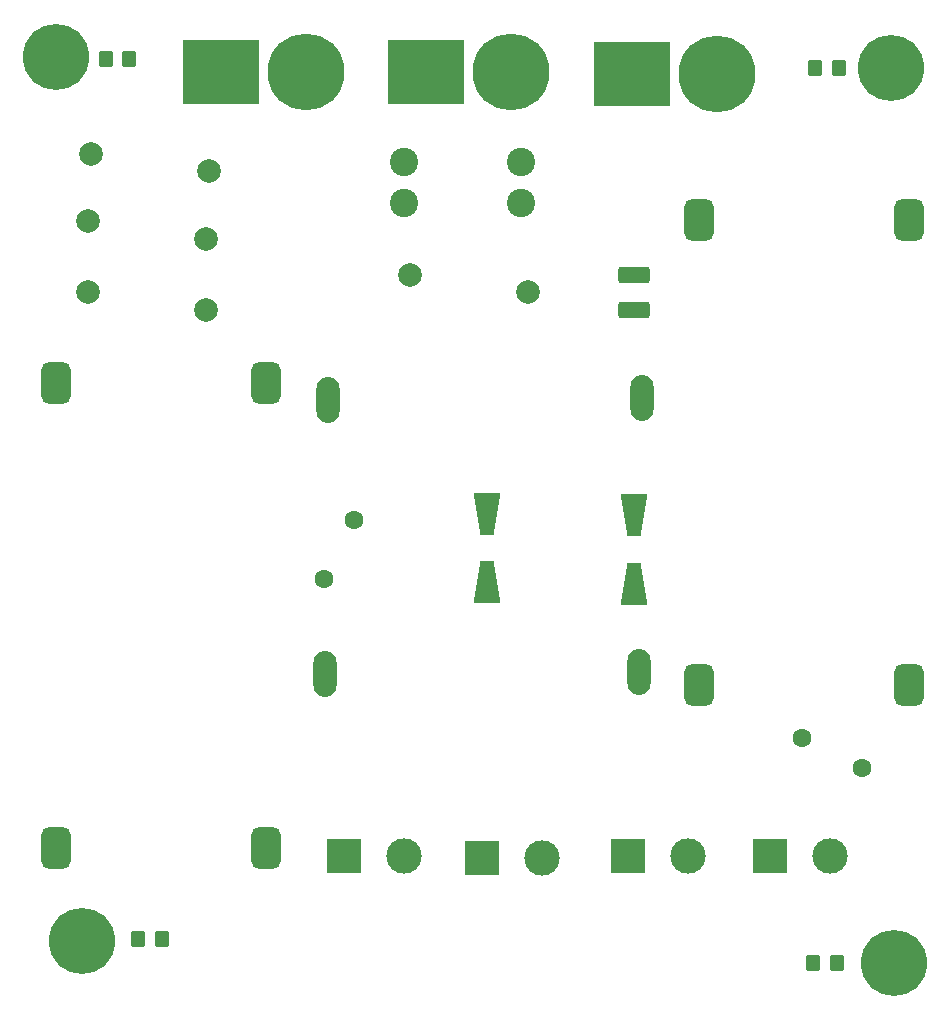
<source format=gbr>
%TF.GenerationSoftware,KiCad,Pcbnew,(6.0.7)*%
%TF.CreationDate,2022-08-25T16:15:28+03:00*%
%TF.ProjectId,guc_devresi_yetenek,6775635f-6465-4767-9265-73695f796574,rev?*%
%TF.SameCoordinates,Original*%
%TF.FileFunction,Soldermask,Top*%
%TF.FilePolarity,Negative*%
%FSLAX46Y46*%
G04 Gerber Fmt 4.6, Leading zero omitted, Abs format (unit mm)*
G04 Created by KiCad (PCBNEW (6.0.7)) date 2022-08-25 16:15:28*
%MOMM*%
%LPD*%
G01*
G04 APERTURE LIST*
G04 Aperture macros list*
%AMRoundRect*
0 Rectangle with rounded corners*
0 $1 Rounding radius*
0 $2 $3 $4 $5 $6 $7 $8 $9 X,Y pos of 4 corners*
0 Add a 4 corners polygon primitive as box body*
4,1,4,$2,$3,$4,$5,$6,$7,$8,$9,$2,$3,0*
0 Add four circle primitives for the rounded corners*
1,1,$1+$1,$2,$3*
1,1,$1+$1,$4,$5*
1,1,$1+$1,$6,$7*
1,1,$1+$1,$8,$9*
0 Add four rect primitives between the rounded corners*
20,1,$1+$1,$2,$3,$4,$5,0*
20,1,$1+$1,$4,$5,$6,$7,0*
20,1,$1+$1,$6,$7,$8,$9,0*
20,1,$1+$1,$8,$9,$2,$3,0*%
%AMOutline4P*
0 Free polygon, 4 corners , with rotation*
0 The origin of the aperture is its center*
0 number of corners: always 4*
0 $1 to $8 corner X, Y*
0 $9 Rotation angle, in degrees counterclockwise*
0 create outline with 4 corners*
4,1,4,$1,$2,$3,$4,$5,$6,$7,$8,$1,$2,$9*%
G04 Aperture macros list end*
%ADD10RoundRect,0.625000X-0.625000X1.125000X-0.625000X-1.125000X0.625000X-1.125000X0.625000X1.125000X0*%
%ADD11Outline4P,-1.800000X-1.150000X1.800000X-0.550000X1.800000X0.550000X-1.800000X1.150000X90.000000*%
%ADD12Outline4P,-1.800000X-1.150000X1.800000X-0.550000X1.800000X0.550000X-1.800000X1.150000X270.000000*%
%ADD13C,2.000000*%
%ADD14C,1.600000*%
%ADD15R,6.500000X5.516000*%
%ADD16C,6.500000*%
%ADD17O,1.950000X3.900000*%
%ADD18C,2.400000*%
%ADD19RoundRect,0.250001X-1.074999X0.462499X-1.074999X-0.462499X1.074999X-0.462499X1.074999X0.462499X0*%
%ADD20C,3.000000*%
%ADD21R,3.000000X3.000000*%
%ADD22C,5.600000*%
%ADD23C,3.600000*%
%ADD24RoundRect,0.250000X0.350000X0.450000X-0.350000X0.450000X-0.350000X-0.450000X0.350000X-0.450000X0*%
%ADD25RoundRect,0.250000X-0.350000X-0.450000X0.350000X-0.450000X0.350000X0.450000X-0.350000X0.450000X0*%
G04 APERTURE END LIST*
D10*
%TO.C,U2*%
X110308000Y-34150000D03*
X92528000Y-34150000D03*
X110308000Y-73520000D03*
X92528000Y-73520000D03*
%TD*%
%TO.C,U1*%
X55808000Y-47900000D03*
X38028000Y-47900000D03*
X55808000Y-87270000D03*
X38028000Y-87270000D03*
%TD*%
D11*
%TO.C,TVS_D2*%
X87000000Y-64900000D03*
D12*
X87000000Y-59100000D03*
%TD*%
%TO.C,TVS_D1*%
X74500000Y-59000000D03*
D11*
X74500000Y-64800000D03*
%TD*%
D13*
%TO.C,RV6*%
X50750000Y-35750000D03*
X40750000Y-34250000D03*
%TD*%
%TO.C,RV5*%
X51000000Y-30000000D03*
X41000000Y-28500000D03*
%TD*%
%TO.C,RV4*%
X40750000Y-40250000D03*
X50750000Y-41750000D03*
%TD*%
D14*
%TO.C,RV3*%
X63250000Y-59500000D03*
X60750000Y-64500000D03*
%TD*%
%TO.C,RV2*%
X101250000Y-78000000D03*
X106250000Y-80500000D03*
%TD*%
D13*
%TO.C,RV1*%
X78000000Y-40250000D03*
X68000000Y-38750000D03*
%TD*%
D15*
%TO.C,J3*%
X52000000Y-21600000D03*
D16*
X59200000Y-21600000D03*
%TD*%
D15*
%TO.C,J2*%
X69400000Y-21600000D03*
D16*
X76600000Y-21600000D03*
%TD*%
D15*
%TO.C,J1*%
X86800000Y-21800000D03*
D16*
X94000000Y-21800000D03*
%TD*%
D17*
%TO.C,F2*%
X87635000Y-49155000D03*
X61092000Y-49337000D03*
%TD*%
D18*
%TO.C,F1*%
X77420000Y-32650000D03*
X77420000Y-29250000D03*
X67500000Y-32650000D03*
X67500000Y-29250000D03*
%TD*%
D19*
%TO.C,D1*%
X87000000Y-38762500D03*
X87000000Y-41737500D03*
%TD*%
D20*
%TO.C,J5*%
X91540000Y-88000000D03*
D21*
X86460000Y-88000000D03*
%TD*%
D22*
%TO.C,H4*%
X109000000Y-97000000D03*
D23*
X109000000Y-97000000D03*
%TD*%
D21*
%TO.C,J7*%
X98460000Y-88000000D03*
D20*
X103540000Y-88000000D03*
%TD*%
D24*
%TO.C,R1*%
X104301800Y-21234400D03*
X102301800Y-21234400D03*
%TD*%
%TO.C,R4*%
X102158000Y-97000000D03*
X104158000Y-97000000D03*
%TD*%
D22*
%TO.C,H2*%
X40285000Y-95127000D03*
D23*
X40285000Y-95127000D03*
%TD*%
D17*
%TO.C,F3*%
X60865000Y-72595000D03*
X87408000Y-72413000D03*
%TD*%
D21*
%TO.C,J6*%
X62460000Y-88000000D03*
D20*
X67540000Y-88000000D03*
%TD*%
D25*
%TO.C,R2*%
X47000000Y-95000000D03*
X45000000Y-95000000D03*
%TD*%
%TO.C,R3*%
X42246800Y-20472400D03*
X44246800Y-20472400D03*
%TD*%
D21*
%TO.C,J4*%
X74160000Y-88127000D03*
D20*
X79240000Y-88127000D03*
%TD*%
D23*
%TO.C,H1*%
X108762800Y-21234400D03*
D22*
X108762800Y-21234400D03*
%TD*%
%TO.C,H3*%
X38023800Y-20345400D03*
D23*
X38023800Y-20345400D03*
%TD*%
M02*

</source>
